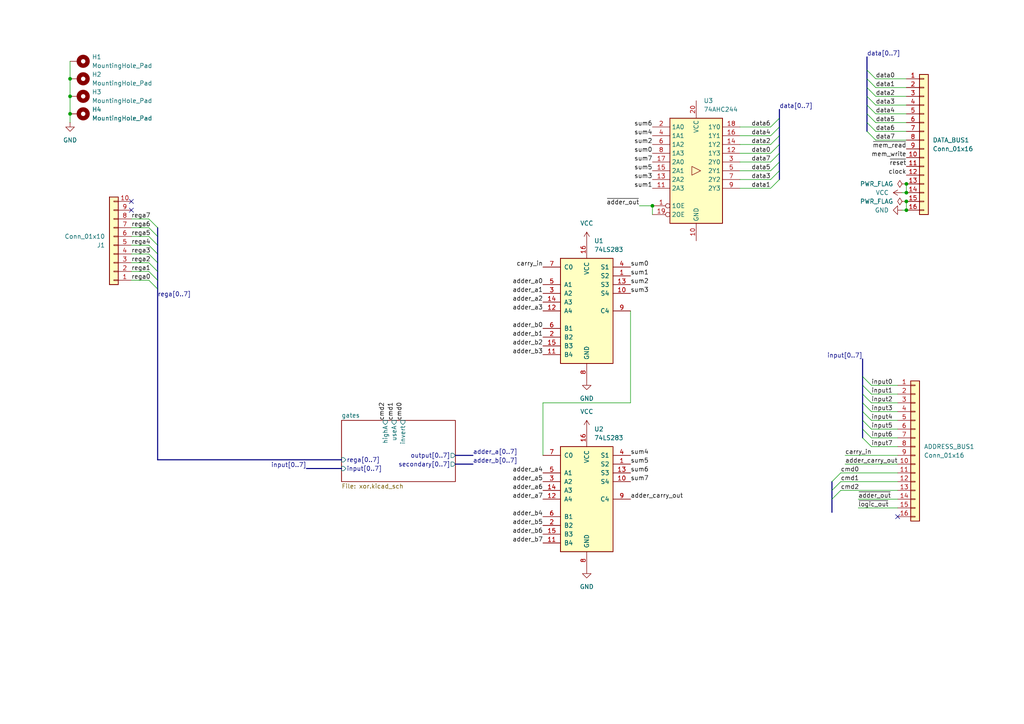
<source format=kicad_sch>
(kicad_sch (version 20250114) (generator "eeschema") (generator_version "9.0")
  (paper "A4")
  (title_block (title "PC-05 ALU Adder Unit") (date "2025-02-20") (rev "A"))
  (lib_symbols
    (symbol "74xx:74AHC244"
      (property "Reference" "U" (at -7.62 16.51 0))
      (property "Value" "74AHC244" (at -7.62 -16.51 0))
      (symbol "74AHC244_1_0"
        (polyline (pts (xy 1.27 0) (xy -1.27 1.27) (xy -1.27 -1.27) (xy 1.27 0)) (stroke (width 0.1524)))
        (pin input line (at -12.7 12.7 0) (length 5.08) (name "1A0") (number "2"))
        (pin input line (at -12.7 10.16 0) (length 5.08) (name "1A1") (number "4"))
        (pin input line (at -12.7 7.62 0) (length 5.08) (name "1A2") (number "6"))
        (pin input line (at -12.7 5.08 0) (length 5.08) (name "1A3") (number "8"))
        (pin input line (at -12.7 2.54 0) (length 5.08) (name "2A0") (number "17"))
        (pin input line (at -12.7 0 0) (length 5.08) (name "2A1") (number "15"))
        (pin input line (at -12.7 -2.54 0) (length 5.08) (name "2A2") (number "13"))
        (pin input line (at -12.7 -5.08 0) (length 5.08) (name "2A3") (number "11"))
        (pin input inverted (at -12.7 -10.16 0) (length 5.08) (name "1OE") (number "1"))
        (pin input inverted (at -12.7 -12.7 0) (length 5.08) (name "2OE") (number "19"))
        (pin power_in line (at 0 20.32 270) (length 5.08) (name "VCC") (number "20"))
        (pin power_in line (at 0 -20.32 90) (length 5.08) (name "GND") (number "10"))
        (pin tri_state line (at 12.7 12.7 180) (length 5.08) (name "1Y0") (number "18"))
        (pin tri_state line (at 12.7 10.16 180) (length 5.08) (name "1Y1") (number "16"))
        (pin tri_state line (at 12.7 7.62 180) (length 5.08) (name "1Y2") (number "14"))
        (pin tri_state line (at 12.7 5.08 180) (length 5.08) (name "1Y3") (number "12"))
        (pin tri_state line (at 12.7 2.54 180) (length 5.08) (name "2Y0") (number "3"))
        (pin tri_state line (at 12.7 0 180) (length 5.08) (name "2Y1") (number "5"))
        (pin tri_state line (at 12.7 -2.54 180) (length 5.08) (name "2Y2") (number "7"))
        (pin tri_state line (at 12.7 -5.08 180) (length 5.08) (name "2Y3") (number "9"))
      )
      (symbol "74AHC244_1_1"
        (rectangle (start -7.62 15.24) (end 7.62 -15.24) (stroke (width 0.254)) (fill (type background)))
      )
    )
    (symbol "74xx:74LS283" (pin_names (offset 1.016))
      (property "Reference" "U" (at -7.62 16.51 0))
      (property "Value" "74LS283" (at -7.62 -16.51 0))
      (symbol "74LS283_1_0"
        (pin input line (at -12.7 12.7 0) (length 5.08) (name "C0") (number "7"))
        (pin input line (at -12.7 7.62 0) (length 5.08) (name "A1") (number "5"))
        (pin input line (at -12.7 5.08 0) (length 5.08) (name "A2") (number "3"))
        (pin input line (at -12.7 2.54 0) (length 5.08) (name "A3") (number "14"))
        (pin input line (at -12.7 0 0) (length 5.08) (name "A4") (number "12"))
        (pin input line (at -12.7 -5.08 0) (length 5.08) (name "B1") (number "6"))
        (pin input line (at -12.7 -7.62 0) (length 5.08) (name "B2") (number "2"))
        (pin input line (at -12.7 -10.16 0) (length 5.08) (name "B3") (number "15"))
        (pin input line (at -12.7 -12.7 0) (length 5.08) (name "B4") (number "11"))
        (pin power_in line (at 0 20.32 270) (length 5.08) (name "VCC") (number "16"))
        (pin power_in line (at 0 -20.32 90) (length 5.08) (name "GND") (number "8"))
        (pin output line (at 12.7 12.7 180) (length 5.08) (name "S1") (number "4"))
        (pin output line (at 12.7 10.16 180) (length 5.08) (name "S2") (number "1"))
        (pin output line (at 12.7 7.62 180) (length 5.08) (name "S3") (number "13"))
        (pin output line (at 12.7 5.08 180) (length 5.08) (name "S4") (number "10"))
        (pin output line (at 12.7 0 180) (length 5.08) (name "C4") (number "9"))
      )
      (symbol "74LS283_1_1"
        (rectangle (start -7.62 15.24) (end 7.62 -15.24) (stroke (width 0.254)) (fill (type background)))
      )
    )
    (symbol "Connector_Generic:Conn_01x10" (pin_names (offset 1.016) (hide yes))
      (property "Reference" "J" (at 0 12.7 0))
      (property "Value" "Conn_01x10" (at 0 -15.24 0))
      (symbol "Conn_01x10_1_1"
        (rectangle (start -1.27 11.43) (end 1.27 -13.97) (stroke (width 0.254)) (fill (type background)))
        (rectangle (start -1.27 10.287) (end 0 10.033) (stroke (width 0.1524)))
        (rectangle (start -1.27 7.747) (end 0 7.493) (stroke (width 0.1524)))
        (rectangle (start -1.27 5.207) (end 0 4.953) (stroke (width 0.1524)))
        (rectangle (start -1.27 2.667) (end 0 2.413) (stroke (width 0.1524)))
        (rectangle (start -1.27 0.127) (end 0 -0.127) (stroke (width 0.1524)))
        (rectangle (start -1.27 -2.413) (end 0 -2.667) (stroke (width 0.1524)))
        (rectangle (start -1.27 -4.953) (end 0 -5.207) (stroke (width 0.1524)))
        (rectangle (start -1.27 -7.493) (end 0 -7.747) (stroke (width 0.1524)))
        (rectangle (start -1.27 -10.033) (end 0 -10.287) (stroke (width 0.1524)))
        (rectangle (start -1.27 -12.573) (end 0 -12.827) (stroke (width 0.1524)))
        (pin passive line (at -5.08 10.16 0) (length 3.81) (name "Pin_1") (number "1"))
        (pin passive line (at -5.08 7.62 0) (length 3.81) (name "Pin_2") (number "2"))
        (pin passive line (at -5.08 5.08 0) (length 3.81) (name "Pin_3") (number "3"))
        (pin passive line (at -5.08 2.54 0) (length 3.81) (name "Pin_4") (number "4"))
        (pin passive line (at -5.08 0 0) (length 3.81) (name "Pin_5") (number "5"))
        (pin passive line (at -5.08 -2.54 0) (length 3.81) (name "Pin_6") (number "6"))
        (pin passive line (at -5.08 -5.08 0) (length 3.81) (name "Pin_7") (number "7"))
        (pin passive line (at -5.08 -7.62 0) (length 3.81) (name "Pin_8") (number "8"))
        (pin passive line (at -5.08 -10.16 0) (length 3.81) (name "Pin_9") (number "9"))
        (pin passive line (at -5.08 -12.7 0) (length 3.81) (name "Pin_10") (number "10"))
      )
    )
    (symbol "Connector_Generic:Conn_01x16" (pin_names (offset 1.016) (hide yes))
      (property "Reference" "J" (at 0 20.32 0))
      (property "Value" "Conn_01x16" (at 0 -22.86 0))
      (symbol "Conn_01x16_1_1"
        (rectangle (start -1.27 19.05) (end 1.27 -21.59) (stroke (width 0.254)) (fill (type background)))
        (rectangle (start -1.27 17.907) (end 0 17.653) (stroke (width 0.1524)))
        (rectangle (start -1.27 15.367) (end 0 15.113) (stroke (width 0.1524)))
        (rectangle (start -1.27 12.827) (end 0 12.573) (stroke (width 0.1524)))
        (rectangle (start -1.27 10.287) (end 0 10.033) (stroke (width 0.1524)))
        (rectangle (start -1.27 7.747) (end 0 7.493) (stroke (width 0.1524)))
        (rectangle (start -1.27 5.207) (end 0 4.953) (stroke (width 0.1524)))
        (rectangle (start -1.27 2.667) (end 0 2.413) (stroke (width 0.1524)))
        (rectangle (start -1.27 0.127) (end 0 -0.127) (stroke (width 0.1524)))
        (rectangle (start -1.27 -2.413) (end 0 -2.667) (stroke (width 0.1524)))
        (rectangle (start -1.27 -4.953) (end 0 -5.207) (stroke (width 0.1524)))
        (rectangle (start -1.27 -7.493) (end 0 -7.747) (stroke (width 0.1524)))
        (rectangle (start -1.27 -10.033) (end 0 -10.287) (stroke (width 0.1524)))
        (rectangle (start -1.27 -12.573) (end 0 -12.827) (stroke (width 0.1524)))
        (rectangle (start -1.27 -15.113) (end 0 -15.367) (stroke (width 0.1524)))
        (rectangle (start -1.27 -17.653) (end 0 -17.907) (stroke (width 0.1524)))
        (rectangle (start -1.27 -20.193) (end 0 -20.447) (stroke (width 0.1524)))
        (pin passive line (at -5.08 17.78 0) (length 3.81) (name "Pin_1") (number "1"))
        (pin passive line (at -5.08 15.24 0) (length 3.81) (name "Pin_2") (number "2"))
        (pin passive line (at -5.08 12.7 0) (length 3.81) (name "Pin_3") (number "3"))
        (pin passive line (at -5.08 10.16 0) (length 3.81) (name "Pin_4") (number "4"))
        (pin passive line (at -5.08 7.62 0) (length 3.81) (name "Pin_5") (number "5"))
        (pin passive line (at -5.08 5.08 0) (length 3.81) (name "Pin_6") (number "6"))
        (pin passive line (at -5.08 2.54 0) (length 3.81) (name "Pin_7") (number "7"))
        (pin passive line (at -5.08 0 0) (length 3.81) (name "Pin_8") (number "8"))
        (pin passive line (at -5.08 -2.54 0) (length 3.81) (name "Pin_9") (number "9"))
        (pin passive line (at -5.08 -5.08 0) (length 3.81) (name "Pin_10") (number "10"))
        (pin passive line (at -5.08 -7.62 0) (length 3.81) (name "Pin_11") (number "11"))
        (pin passive line (at -5.08 -10.16 0) (length 3.81) (name "Pin_12") (number "12"))
        (pin passive line (at -5.08 -12.7 0) (length 3.81) (name "Pin_13") (number "13"))
        (pin passive line (at -5.08 -15.24 0) (length 3.81) (name "Pin_14") (number "14"))
        (pin passive line (at -5.08 -17.78 0) (length 3.81) (name "Pin_15") (number "15"))
        (pin passive line (at -5.08 -20.32 0) (length 3.81) (name "Pin_16") (number "16"))
      )
    )
    (symbol "Mechanical:MountingHole_Pad" (pin_numbers (hide yes)) (pin_names (offset 1.016) (hide yes)) (exclude_from_sim yes) (in_bom no)
      (property "Reference" "H" (at 0 6.35 0))
      (property "Value" "MountingHole_Pad" (at 0 4.445 0))
      (symbol "MountingHole_Pad_0_1"
        (circle (center 0 1.27) (radius 1.27) (stroke (width 1.27)))
      )
      (symbol "MountingHole_Pad_1_1"
        (pin input line (at 0 -2.54 90) (length 2.54) (name "1") (number "1"))
      )
    )
    (symbol "power:GND" (power) (pin_numbers (hide yes)) (pin_names (offset 0) (hide yes))
      (property "Value" "GND" (at 0 -3.81 0))
      (symbol "GND_0_1"
        (polyline (pts (xy 0 0) (xy 0 -1.27) (xy 1.27 -1.27) (xy 0 -2.54) (xy -1.27 -1.27) (xy 0 -1.27)))
      )
      (symbol "GND_1_1"
        (pin power_in line (at 0 0 270) (length 0) (name "~") (number "1"))
      )
    )
    (symbol "power:PWR_FLAG" (power) (pin_numbers (hide yes)) (pin_names (offset 0) (hide yes))
      (property "Value" "PWR_FLAG" (at 0 3.81 0))
      (symbol "PWR_FLAG_0_0"
        (pin power_out line (at 0 0 90) (length 0) (name "~") (number "1"))
      )
      (symbol "PWR_FLAG_0_1"
        (polyline (pts (xy 0 0) (xy 0 1.27) (xy -1.016 1.905) (xy 0 2.54) (xy 1.016 1.905) (xy 0 1.27)))
      )
    )
    (symbol "power:VCC" (power) (pin_numbers (hide yes)) (pin_names (offset 0) (hide yes))
      (property "Value" "VCC" (at 0 3.556 0))
      (symbol "VCC_0_1"
        (polyline (pts (xy -0.762 1.27) (xy 0 2.54)))
        (polyline (pts (xy 0 2.54) (xy 0.762 1.27)))
        (polyline (pts (xy 0 0) (xy 0 2.54)))
      )
      (symbol "VCC_1_1"
        (pin power_in line (at 0 0 90) (length 0) (name "~") (number "1"))
      )
    )
  )
  (junction (at 262.89 58.42))
  (junction (at 20.32 33.02))
  (junction (at 20.32 27.94))
  (junction (at 262.89 53.34))
  (junction (at 189.23 59.69))
  (junction (at 20.32 22.86))
  (junction (at 262.89 55.88))
  (junction (at 262.89 60.96))
  (no_connect (at 38.1 60.96))
  (no_connect (at 260.35 149.86))
  (no_connect (at 38.1 58.42))
  (bus_entry (at 250.19 127) (size 2.54 2.54))
  (bus_entry (at 251.46 20.32) (size 2.54 2.54))
  (bus_entry (at 250.19 119.38) (size 2.54 2.54))
  (bus_entry (at 241.3 139.7) (size 2.54 -2.54))
  (bus_entry (at 251.46 33.02) (size 2.54 2.54))
  (bus_entry (at 226.06 52.07) (size -2.54 2.54))
  (bus_entry (at 226.06 41.91) (size -2.54 2.54))
  (bus_entry (at 226.06 46.99) (size -2.54 2.54))
  (bus_entry (at 241.3 142.24) (size 2.54 -2.54))
  (bus_entry (at 45.72 76.2) (size -2.54 -2.54))
  (bus_entry (at 251.46 22.86) (size 2.54 2.54))
  (bus_entry (at 45.72 68.58) (size -2.54 -2.54))
  (bus_entry (at 241.3 144.78) (size 2.54 -2.54))
  (bus_entry (at 250.19 109.22) (size 2.54 2.54))
  (bus_entry (at 251.46 25.4) (size 2.54 2.54))
  (bus_entry (at 250.19 111.76) (size 2.54 2.54))
  (bus_entry (at 251.46 35.56) (size 2.54 2.54))
  (bus_entry (at 226.06 34.29) (size -2.54 2.54))
  (bus_entry (at 45.72 73.66) (size -2.54 -2.54))
  (bus_entry (at 250.19 124.46) (size 2.54 2.54))
  (bus_entry (at 45.72 83.82) (size -2.54 -2.54))
  (bus_entry (at 226.06 39.37) (size -2.54 2.54))
  (bus_entry (at 250.19 114.3) (size 2.54 2.54))
  (bus_entry (at 251.46 38.1) (size 2.54 2.54))
  (bus_entry (at 250.19 121.92) (size 2.54 2.54))
  (bus_entry (at 45.72 71.12) (size -2.54 -2.54))
  (bus_entry (at 45.72 81.28) (size -2.54 -2.54))
  (bus_entry (at 251.46 30.48) (size 2.54 2.54))
  (bus_entry (at 251.46 27.94) (size 2.54 2.54))
  (bus_entry (at 45.72 66.04) (size -2.54 -2.54))
  (bus_entry (at 45.72 78.74) (size -2.54 -2.54))
  (bus_entry (at 250.19 116.84) (size 2.54 2.54))
  (bus_entry (at 226.06 44.45) (size -2.54 2.54))
  (bus_entry (at 226.06 49.53) (size -2.54 2.54))
  (bus_entry (at 226.06 36.83) (size -2.54 2.54))
  (wire (pts (xy 261.62 60.96) (xy 262.89 60.96)))
  (wire (pts (xy 254 40.64) (xy 262.89 40.64)))
  (bus (pts (xy 132.08 132.08) (xy 137.16 132.08)))
  (wire (pts (xy 38.1 81.28) (xy 43.18 81.28)))
  (bus (pts (xy 226.06 46.99) (xy 226.06 49.53)))
  (wire (pts (xy 157.48 116.84) (xy 157.48 132.08)))
  (bus (pts (xy 88.9 135.89) (xy 99.06 135.89)))
  (bus (pts (xy 226.06 41.91) (xy 226.06 44.45)))
  (bus (pts (xy 251.46 35.56) (xy 251.46 38.1)))
  (bus (pts (xy 250.19 109.22) (xy 250.19 111.76)))
  (bus (pts (xy 226.06 36.83) (xy 226.06 39.37)))
  (wire (pts (xy 20.32 27.94) (xy 20.32 33.02)))
  (wire (pts (xy 20.32 17.78) (xy 20.32 22.86)))
  (bus (pts (xy 226.06 44.45) (xy 226.06 46.99)))
  (wire (pts (xy 38.1 76.2) (xy 43.18 76.2)))
  (wire (pts (xy 223.52 54.61) (xy 214.63 54.61)))
  (bus (pts (xy 241.3 144.78) (xy 241.3 148.59)))
  (wire (pts (xy 254 25.4) (xy 262.89 25.4)))
  (wire (pts (xy 38.1 71.12) (xy 43.18 71.12)))
  (wire (pts (xy 38.1 66.04) (xy 43.18 66.04)))
  (wire (pts (xy 223.52 52.07) (xy 214.63 52.07)))
  (bus (pts (xy 226.06 39.37) (xy 226.06 41.91)))
  (wire (pts (xy 38.1 73.66) (xy 43.18 73.66)))
  (wire (pts (xy 185.42 59.69) (xy 189.23 59.69)))
  (wire (pts (xy 182.88 90.17) (xy 182.88 116.84)))
  (bus (pts (xy 45.72 66.04) (xy 45.72 68.58)))
  (bus (pts (xy 251.46 25.4) (xy 251.46 27.94)))
  (wire (pts (xy 252.73 114.3) (xy 260.35 114.3)))
  (wire (pts (xy 254 27.94) (xy 262.89 27.94)))
  (bus (pts (xy 250.19 116.84) (xy 250.19 119.38)))
  (wire (pts (xy 252.73 127) (xy 260.35 127)))
  (bus (pts (xy 250.19 104.14) (xy 250.19 109.22)))
  (bus (pts (xy 226.06 34.29) (xy 226.06 36.83)))
  (bus (pts (xy 45.72 83.82) (xy 45.72 133.35)))
  (bus (pts (xy 241.3 142.24) (xy 241.3 144.78)))
  (bus (pts (xy 250.19 114.3) (xy 250.19 116.84)))
  (wire (pts (xy 223.52 36.83) (xy 214.63 36.83)))
  (bus (pts (xy 251.46 22.86) (xy 251.46 25.4)))
  (bus (pts (xy 45.72 73.66) (xy 45.72 76.2)))
  (bus (pts (xy 251.46 16.51) (xy 251.46 20.32)))
  (wire (pts (xy 254 30.48) (xy 262.89 30.48)))
  (wire (pts (xy 223.52 41.91) (xy 214.63 41.91)))
  (wire (pts (xy 243.84 137.16) (xy 260.35 137.16)))
  (bus (pts (xy 226.06 31.75) (xy 226.06 34.29)))
  (bus (pts (xy 250.19 124.46) (xy 250.19 127)))
  (wire (pts (xy 248.92 147.32) (xy 260.35 147.32)))
  (wire (pts (xy 254 35.56) (xy 262.89 35.56)))
  (wire (pts (xy 38.1 78.74) (xy 43.18 78.74)))
  (wire (pts (xy 245.11 134.62) (xy 260.35 134.62)))
  (wire (pts (xy 254 33.02) (xy 262.89 33.02)))
  (bus (pts (xy 251.46 30.48) (xy 251.46 33.02)))
  (wire (pts (xy 261.62 55.88) (xy 262.89 55.88)))
  (wire (pts (xy 189.23 59.69) (xy 189.23 62.23)))
  (bus (pts (xy 251.46 33.02) (xy 251.46 35.56)))
  (wire (pts (xy 252.73 116.84) (xy 260.35 116.84)))
  (wire (pts (xy 252.73 124.46) (xy 260.35 124.46)))
  (bus (pts (xy 226.06 49.53) (xy 226.06 52.07)))
  (bus (pts (xy 45.72 68.58) (xy 45.72 71.12)))
  (wire (pts (xy 252.73 121.92) (xy 260.35 121.92)))
  (bus (pts (xy 250.19 111.76) (xy 250.19 114.3)))
  (bus (pts (xy 45.72 81.28) (xy 45.72 83.82)))
  (wire (pts (xy 38.1 68.58) (xy 43.18 68.58)))
  (wire (pts (xy 223.52 39.37) (xy 214.63 39.37)))
  (bus (pts (xy 132.08 134.62) (xy 137.16 134.62)))
  (wire (pts (xy 252.73 129.54) (xy 260.35 129.54)))
  (bus (pts (xy 45.72 78.74) (xy 45.72 81.28)))
  (bus (pts (xy 251.46 20.32) (xy 251.46 22.86)))
  (wire (pts (xy 252.73 111.76) (xy 260.35 111.76)))
  (wire (pts (xy 254 22.86) (xy 262.89 22.86)))
  (bus (pts (xy 45.72 76.2) (xy 45.72 78.74)))
  (wire (pts (xy 243.84 139.7) (xy 260.35 139.7)))
  (wire (pts (xy 254 38.1) (xy 262.89 38.1)))
  (wire (pts (xy 223.52 49.53) (xy 214.63 49.53)))
  (wire (pts (xy 248.92 144.78) (xy 260.35 144.78)))
  (wire (pts (xy 223.52 44.45) (xy 214.63 44.45)))
  (wire (pts (xy 262.89 58.42) (xy 262.89 60.96)))
  (wire (pts (xy 38.1 63.5) (xy 43.18 63.5)))
  (bus (pts (xy 45.72 71.12) (xy 45.72 73.66)))
  (bus (pts (xy 250.19 119.38) (xy 250.19 121.92)))
  (bus (pts (xy 45.72 133.35) (xy 99.06 133.35)))
  (wire (pts (xy 252.73 119.38) (xy 260.35 119.38)))
  (wire (pts (xy 262.89 53.34) (xy 262.89 55.88)))
  (bus (pts (xy 241.3 139.7) (xy 241.3 142.24)))
  (bus (pts (xy 250.19 121.92) (xy 250.19 124.46)))
  (bus (pts (xy 251.46 27.94) (xy 251.46 30.48)))
  (wire (pts (xy 223.52 46.99) (xy 214.63 46.99)))
  (wire (pts (xy 245.11 132.08) (xy 260.35 132.08)))
  (wire (pts (xy 20.32 35.56) (xy 20.32 33.02)))
  (wire (pts (xy 182.88 116.84) (xy 157.48 116.84)))
  (wire (pts (xy 20.32 22.86) (xy 20.32 27.94)))
  (wire (pts (xy 243.84 142.24) (xy 260.35 142.24)))
  (label "sum4" (at 182.88 132.08 0))
  (label "sum0" (at 182.88 77.47 0))
  (label "data3" (at 254 30.48 0))
  (label "data1" (at 223.52 54.61 180))
  (label "rega[0..7]" (at 45.72 86.36 0))
  (label "rega3" (at 38.1 73.66 0))
  (label "adder_b0" (at 157.48 95.25 180))
  (label "adder_b[0..7]" (at 137.16 134.62 0))
  (label "adder_a7" (at 157.48 144.78 180))
  (label "sum2" (at 189.23 41.91 180))
  (label "data0" (at 223.52 44.45 180))
  (label "adder_a4" (at 157.48 137.16 180))
  (label "~{reset}" (at 262.89 48.26 180))
  (label "sum1" (at 182.88 80.01 0))
  (label "adder_a1" (at 157.48 85.09 180))
  (label "input[0..7]" (at 88.9 135.89 180))
  (label "input1" (at 252.73 114.3 0))
  (label "adder_a0" (at 157.48 82.55 180))
  (label "data5" (at 223.52 49.53 180))
  (label "sum3" (at 189.23 52.07 180))
  (label "input4" (at 252.73 121.92 0))
  (label "adder_b4" (at 157.48 149.86 180))
  (label "input5" (at 252.73 124.46 0))
  (label "adder_a[0..7]" (at 137.16 132.08 0))
  (label "data5" (at 254 35.56 0))
  (label "sum6" (at 189.23 36.83 180))
  (label "mem_write" (at 262.89 45.72 180))
  (label "input0" (at 252.73 111.76 0))
  (label "adder_a2" (at 157.48 87.63 180))
  (label "~{logic_out}" (at 248.92 147.32 0))
  (label "cmd2" (at 111.76 121.92 90))
  (label "input[0..7]" (at 250.19 104.14 180))
  (label "rega0" (at 38.1 81.28 0))
  (label "~{mem_read}" (at 262.89 43.18 180))
  (label "adder_b2" (at 157.48 100.33 180))
  (label "data7" (at 254 40.64 0))
  (label "sum4" (at 189.23 39.37 180))
  (label "data4" (at 254 33.02 0))
  (label "data[0..7]" (at 226.06 31.75 0))
  (label "carry_in" (at 157.48 77.47 180))
  (label "sum7" (at 182.88 139.7 0))
  (label "input3" (at 252.73 119.38 0))
  (label "~{adder_out}" (at 185.42 59.69 180))
  (label "data6" (at 223.52 36.83 180))
  (label "adder_a5" (at 157.48 139.7 180))
  (label "sum0" (at 189.23 44.45 180))
  (label "rega6" (at 38.1 66.04 0))
  (label "data2" (at 254 27.94 0))
  (label "sum6" (at 182.88 137.16 0))
  (label "adder_b7" (at 157.48 157.48 180))
  (label "clock" (at 262.89 50.8 180))
  (label "rega1" (at 38.1 78.74 0))
  (label "adder_a6" (at 157.48 142.24 180))
  (label "adder_carry_out" (at 182.88 144.78 0))
  (label "adder_b1" (at 157.48 97.79 180))
  (label "rega7" (at 38.1 63.5 0))
  (label "adder_b3" (at 157.48 102.87 180))
  (label "sum5" (at 182.88 134.62 0))
  (label "input2" (at 252.73 116.84 0))
  (label "adder_carry_out" (at 245.11 134.62 0))
  (label "data[0..7]" (at 251.46 16.51 0))
  (label "sum3" (at 182.88 85.09 0))
  (label "rega2" (at 38.1 76.2 0))
  (label "data3" (at 223.52 52.07 180))
  (label "adder_a3" (at 157.48 90.17 180))
  (label "data7" (at 223.52 46.99 180))
  (label "data1" (at 254 25.4 0))
  (label "sum5" (at 189.23 49.53 180))
  (label "cmd1" (at 114.3 121.92 90))
  (label "cmd2" (at 243.84 142.24 0))
  (label "adder_b5" (at 157.48 152.4 180))
  (label "input6" (at 252.73 127 0))
  (label "rega5" (at 38.1 68.58 0))
  (label "data6" (at 254 38.1 0))
  (label "input7" (at 252.73 129.54 0))
  (label "data4" (at 223.52 39.37 180))
  (label "cmd0" (at 116.84 121.92 90))
  (label "~{adder_out}" (at 248.92 144.78 0))
  (label "sum2" (at 182.88 82.55 0))
  (label "sum1" (at 189.23 54.61 180))
  (label "cmd1" (at 243.84 139.7 0))
  (label "cmd0" (at 243.84 137.16 0))
  (label "rega4" (at 38.1 71.12 0))
  (label "sum7" (at 189.23 46.99 180))
  (label "data2" (at 223.52 41.91 180))
  (label "carry_in" (at 245.11 132.08 0))
  (label "adder_b6" (at 157.48 154.94 180))
  (label "data0" (at 254 22.86 0))
  (symbol (lib_id "power:GND") (at 170.18 165.1 0) (unit 1)
    (property "Reference" "#PWR05" (effects (hide yes)))
    (property "Value" "GND" (at 170.18 170.18 0))
    (property "Description" "Power symbol creates a global label with name \"GND\" , ground" (effects (hide yes)))
  )
  (symbol (lib_id "74xx:74LS283") (at 170.18 144.78 0) (unit 1)
    (property "Reference" "U2" (at 172.3233 124.46 0) (effects (justify left)))
    (property "Value" "74LS283" (at 172.3233 127 0) (effects (justify left)))
    (property "Footprint" "Package_DIP:DIP-16_W7.62mm_LongPads" (effects (hide yes)))
    (property "Datasheet" "http://www.ti.com/lit/gpn/sn74LS283" (effects (hide yes)))
    (property "Description" "4-bit full Adder" (effects (hide yes)))
  )
  (symbol (lib_id "74xx:74LS283") (at 170.18 90.17 0) (unit 1)
    (property "Reference" "U1" (at 172.3233 69.85 0) (effects (justify left)))
    (property "Value" "74LS283" (at 172.3233 72.39 0) (effects (justify left)))
    (property "Footprint" "Package_DIP:DIP-16_W7.62mm_LongPads" (effects (hide yes)))
    (property "Datasheet" "http://www.ti.com/lit/gpn/sn74LS283" (effects (hide yes)))
    (property "Description" "4-bit full Adder" (effects (hide yes)))
  )
  (symbol (lib_id "Mechanical:MountingHole_Pad") (at 22.86 22.86 270) (unit 1) (exclude_from_sim yes) (in_bom no)
    (property "Reference" "H2" (at 26.67 21.5899 90) (effects (justify left)))
    (property "Value" "MountingHole_Pad" (at 26.67 24.1299 90) (effects (justify left)))
    (property "Footprint" "MountingHole:MountingHole_3.2mm_M3_Pad_Via" (effects (hide yes)))
    (property "Description" "Mounting Hole with connection" (effects (hide yes)))
  )
  (symbol (lib_id "power:VCC") (at 170.18 69.85 0) (unit 1)
    (property "Reference" "#PWR01" (effects (hide yes)))
    (property "Value" "VCC" (at 170.18 64.77 0))
    (property "Description" "Power symbol creates a global label with name \"VCC\"" (effects (hide yes)))
  )
  (symbol (lib_id "power:VCC") (at 170.18 124.46 0) (unit 1)
    (property "Reference" "#PWR02" (effects (hide yes)))
    (property "Value" "VCC" (at 170.18 119.38 0))
    (property "Description" "Power symbol creates a global label with name \"VCC\"" (effects (hide yes)))
  )
  (symbol (lib_id "Mechanical:MountingHole_Pad") (at 22.86 17.78 270) (unit 1) (exclude_from_sim yes) (in_bom no)
    (property "Reference" "H1" (at 26.67 16.5099 90) (effects (justify left)))
    (property "Value" "MountingHole_Pad" (at 26.67 19.0499 90) (effects (justify left)))
    (property "Footprint" "MountingHole:MountingHole_3.2mm_M3_Pad_Via" (effects (hide yes)))
    (property "Description" "Mounting Hole with connection" (effects (hide yes)))
  )
  (symbol (lib_id "74xx:74AHC244") (at 201.93 49.53 0) (unit 1)
    (property "Reference" "U3" (at 204.0733 29.21 0) (effects (justify left)))
    (property "Value" "74AHC244" (at 204.0733 31.75 0) (effects (justify left)))
    (property "Footprint" "Package_DIP:DIP-20_W7.62mm_LongPads" (effects (hide yes)))
    (property "Datasheet" "https://assets.nexperia.com/documents/data-sheet/74AHC_AHCT244.pdf" (effects (hide yes)))
    (property "Description" "8-bit Buffer/Line Driver 3-state" (effects (hide yes)))
  )
  (symbol (lib_id "Connector_Generic:Conn_01x10") (at 33.02 71.12 180) (unit 1)
    (property "Reference" "J1" (at 30.48 71.1201 0) (effects (justify left)))
    (property "Value" "Conn_01x10" (at 30.48 68.5801 0) (effects (justify left)))
    (property "Footprint" "Connector_IDC:IDC-Header_2x05_P2.54mm_Horizontal" (effects (hide yes)))
    (property "Description" "Generic connector, single row, 01x10, script generated (kicad-library-utils/schlib/autogen/connector/)" (effects (hide yes)))
  )
  (symbol (lib_id "power:GND") (at 20.32 35.56 0) (unit 1)
    (property "Reference" "#PWR013" (effects (hide yes)))
    (property "Value" "GND" (at 20.32 40.64 0))
    (property "Description" "Power symbol creates a global label with name \"GND\" , ground" (effects (hide yes)))
  )
  (symbol (lib_id "Connector_Generic:Conn_01x16") (at 267.97 40.64 0) (unit 1)
    (property "Reference" "DATA_BUS1" (at 270.51 40.6399 0) (effects (justify left)))
    (property "Value" "Conn_01x16" (at 270.51 43.1799 0) (effects (justify left)))
    (property "Footprint" "Connector_IDC:IDC-Header_2x08_P2.54mm_Horizontal" (effects (hide yes)))
    (property "Description" "Generic connector, single row, 01x16, script generated (kicad-library-utils/schlib/autogen/connector/)" (effects (hide yes)))
  )
  (symbol (lib_id "power:PWR_FLAG") (at 262.89 58.42 90) (unit 1)
    (property "Reference" "#FLG02" (effects (hide yes)))
    (property "Value" "PWR_FLAG" (at 259.08 58.4199 90) (effects (justify left)))
    (property "Description" "Special symbol for telling ERC where power comes from" (effects (hide yes)))
  )
  (symbol (lib_id "Mechanical:MountingHole_Pad") (at 22.86 27.94 270) (unit 1) (exclude_from_sim yes) (in_bom no)
    (property "Reference" "H3" (at 26.67 26.6699 90) (effects (justify left)))
    (property "Value" "MountingHole_Pad" (at 26.67 29.2099 90) (effects (justify left)))
    (property "Footprint" "MountingHole:MountingHole_3.2mm_M3_Pad_Via" (effects (hide yes)))
    (property "Description" "Mounting Hole with connection" (effects (hide yes)))
  )
  (symbol (lib_id "Connector_Generic:Conn_01x16") (at 265.43 129.54 0) (unit 1)
    (property "Reference" "ADDRESS_BUS1" (at 267.97 129.5399 0) (effects (justify left)))
    (property "Value" "Conn_01x16" (at 267.97 132.0799 0) (effects (justify left)))
    (property "Footprint" "Connector_IDC:IDC-Header_2x08_P2.54mm_Horizontal" (effects (hide yes)))
    (property "Description" "Generic connector, single row, 01x16, script generated (kicad-library-utils/schlib/autogen/connector/)" (effects (hide yes)))
  )
  (symbol (lib_id "power:GND") (at 261.62 60.96 270) (unit 1)
    (property "Reference" "#PWR021" (effects (hide yes)))
    (property "Value" "GND" (at 257.81 60.9599 90) (effects (justify right)))
    (property "Description" "Power symbol creates a global label with name \"GND\" , ground" (effects (hide yes)))
  )
  (symbol (lib_id "Mechanical:MountingHole_Pad") (at 22.86 33.02 270) (unit 1) (exclude_from_sim yes) (in_bom no)
    (property "Reference" "H4" (at 26.67 31.7499 90) (effects (justify left)))
    (property "Value" "MountingHole_Pad" (at 26.67 34.2899 90) (effects (justify left)))
    (property "Footprint" "MountingHole:MountingHole_3.2mm_M3_Pad_Via" (effects (hide yes)))
    (property "Description" "Mounting Hole with connection" (effects (hide yes)))
  )
  (symbol (lib_id "power:PWR_FLAG") (at 262.89 53.34 90) (unit 1)
    (property "Reference" "#FLG01" (effects (hide yes)))
    (property "Value" "PWR_FLAG" (at 259.08 53.3399 90) (effects (justify left)))
    (property "Description" "Special symbol for telling ERC where power comes from" (effects (hide yes)))
  )
  (symbol (lib_id "power:GND") (at 170.18 110.49 0) (unit 1)
    (property "Reference" "#PWR04" (effects (hide yes)))
    (property "Value" "GND" (at 170.18 115.57 0))
    (property "Description" "Power symbol creates a global label with name \"GND\" , ground" (effects (hide yes)))
  )
  (symbol (lib_id "power:VCC") (at 261.62 55.88 90) (unit 1)
    (property "Reference" "#PWR022" (effects (hide yes)))
    (property "Value" "VCC" (at 257.81 55.8799 90) (effects (justify left)))
    (property "Description" "Power symbol creates a global label with name \"VCC\"" (effects (hide yes)))
  )
  (sheet (at 99.06 121.92) (size 33.02 17.78) (stroke (width 0.1524))
    (property "Sheetname" "gates" (at 99.06 121.2084 0) (effects (justify left bottom)))
    (property "Sheetfile" "xor.kicad_sch" (at 99.06 140.2846 0) (effects (justify left top)))
    (pin "highA" input (at 111.76 121.92 90))
    (pin "input[0..7]" input (at 99.06 135.89 180))
    (pin "invert" input (at 116.84 121.92 90))
    (pin "output[0..7]" output (at 132.08 132.08 0))
    (pin "rega[0..7]" input (at 99.06 133.35 180))
    (pin "useA" input (at 114.3 121.92 90))
    (pin "secondary[0..7]" output (at 132.08 134.62 0))
  )
)
</source>
